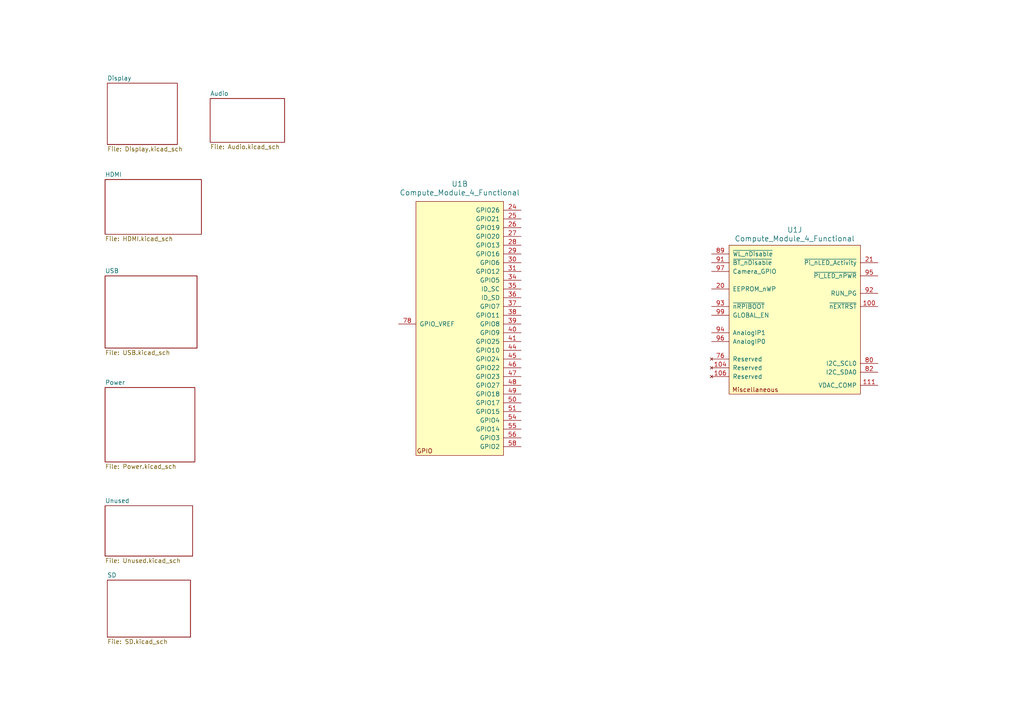
<source format=kicad_sch>
(kicad_sch (version 20230121) (generator eeschema)
  (paper "A4")
  (lib_symbols
    (symbol "Raspberry_Pi_Compute_Module_4:Compute_Module_4_Functional" (pin_names (offset 1.016))
      (property "Reference" "U" (at 5.08 5.08 0))
      (property "Value" "Compute_Module_4_Functional" (at 5.08 7.62 0))
      (symbol "Compute_Module_4_Functional_1_0"
        (text "Power" (at 21.59 -13.97 0) (effects (font (size 1.27 1.27))))
      )
      (symbol "Compute_Module_4_Functional_1_1"
        (rectangle (start 5.08 2.54) (end 38.1 -15.24) (fill (type background)))
        (pin power_in line (at 0 -13.97 0) (length 5.08) (name "GND[51]") (number "1"))
        (pin power_in line (at 0 -13.97 0) (length 5.08) (name "GND[51]") (number "107"))
        (pin power_in line (at 0 -13.97 0) (length 5.08) (name "GND[51]") (number "108"))
        (pin power_in line (at 0 -13.97 0) (length 5.08) (name "GND[51]") (number "113"))
        (pin power_in line (at 0 -13.97 0) (length 5.08) (name "GND[51]") (number "114"))
        (pin power_in line (at 0 -13.97 0) (length 5.08) (name "GND[51]") (number "119"))
        (pin power_in line (at 0 -13.97 0) (length 5.08) (name "GND[51]") (number "120"))
        (pin power_in line (at 0 -13.97 0) (length 5.08) (name "GND[51]") (number "125"))
        (pin power_in line (at 0 -13.97 0) (length 5.08) (name "GND[51]") (number "126"))
        (pin power_in line (at 0 -13.97 0) (length 5.08) (name "GND[51]") (number "13"))
        (pin power_in line (at 0 -13.97 0) (length 5.08) (name "GND[51]") (number "131"))
        (pin power_in line (at 0 -13.97 0) (length 5.08) (name "GND[51]") (number "132"))
        (pin power_in line (at 0 -13.97 0) (length 5.08) (name "GND[51]") (number "137"))
        (pin power_in line (at 0 -13.97 0) (length 5.08) (name "GND[51]") (number "138"))
        (pin power_in line (at 0 -13.97 0) (length 5.08) (name "GND[51]") (number "14"))
        (pin power_in line (at 0 -13.97 0) (length 5.08) (name "GND[51]") (number "144"))
        (pin power_in line (at 0 -13.97 0) (length 5.08) (name "GND[51]") (number "150"))
        (pin power_in line (at 0 -13.97 0) (length 5.08) (name "GND[51]") (number "155"))
        (pin power_in line (at 0 -13.97 0) (length 5.08) (name "GND[51]") (number "156"))
        (pin power_in line (at 0 -13.97 0) (length 5.08) (name "GND[51]") (number "161"))
        (pin power_in line (at 0 -13.97 0) (length 5.08) (name "GND[51]") (number "162"))
        (pin power_in line (at 0 -13.97 0) (length 5.08) (name "GND[51]") (number "167"))
        (pin power_in line (at 0 -13.97 0) (length 5.08) (name "GND[51]") (number "168"))
        (pin power_in line (at 0 -13.97 0) (length 5.08) (name "GND[51]") (number "173"))
        (pin power_in line (at 0 -13.97 0) (length 5.08) (name "GND[51]") (number "174"))
        (pin power_in line (at 0 -13.97 0) (length 5.08) (name "GND[51]") (number "179"))
        (pin power_in line (at 0 -13.97 0) (length 5.08) (name "GND[51]") (number "180"))
        (pin power_in line (at 0 -13.97 0) (length 5.08) (name "GND[51]") (number "185"))
        (pin power_in line (at 0 -13.97 0) (length 5.08) (name "GND[51]") (number "186"))
        (pin power_in line (at 0 -13.97 0) (length 5.08) (name "GND[51]") (number "191"))
        (pin power_in line (at 0 -13.97 0) (length 5.08) (name "GND[51]") (number "192"))
        (pin power_in line (at 0 -13.97 0) (length 5.08) (name "GND[51]") (number "197"))
        (pin power_in line (at 0 -13.97 0) (length 5.08) (name "GND[51]") (number "198"))
        (pin power_in line (at 0 -13.97 0) (length 5.08) (name "GND[51]") (number "2"))
        (pin power_in line (at 0 -13.97 0) (length 5.08) (name "GND[51]") (number "22"))
        (pin power_in line (at 0 -13.97 0) (length 5.08) (name "GND[51]") (number "23"))
        (pin power_in line (at 0 -13.97 0) (length 5.08) (name "GND[51]") (number "32"))
        (pin power_in line (at 0 -13.97 0) (length 5.08) (name "GND[51]") (number "33"))
        (pin power_in line (at 0 -13.97 0) (length 5.08) (name "GND[51]") (number "42"))
        (pin power_in line (at 0 -13.97 0) (length 5.08) (name "GND[51]") (number "43"))
        (pin power_in line (at 0 -13.97 0) (length 5.08) (name "GND[51]") (number "52"))
        (pin power_in line (at 0 -13.97 0) (length 5.08) (name "GND[51]") (number "53"))
        (pin power_in line (at 0 -13.97 0) (length 5.08) (name "GND[51]") (number "59"))
        (pin power_in line (at 0 -13.97 0) (length 5.08) (name "GND[51]") (number "60"))
        (pin power_in line (at 0 -13.97 0) (length 5.08) (name "GND[51]") (number "65"))
        (pin power_in line (at 0 -13.97 0) (length 5.08) (name "GND[51]") (number "66"))
        (pin power_in line (at 0 -13.97 0) (length 5.08) (name "GND[51]") (number "7"))
        (pin power_in line (at 0 -13.97 0) (length 5.08) (name "GND[51]") (number "71"))
        (pin power_in line (at 0 -13.97 0) (length 5.08) (name "GND[51]") (number "74"))
        (pin power_in line (at 0 1.27 0) (length 5.08) (name "+5V") (number "77"))
        (pin power_in line (at 0 -1.27 0) (length 5.08) (name "+5V") (number "79"))
        (pin power_in line (at 0 -13.97 0) (length 5.08) (name "GND[51]") (number "8"))
        (pin power_in line (at 0 -3.81 0) (length 5.08) (name "+5V") (number "81"))
        (pin power_in line (at 0 -6.35 0) (length 5.08) (name "+5V") (number "83"))
        (pin power_out line (at 43.18 -2.54 180) (length 5.08) (name "CM4_3.3V_Out_1") (number "84"))
        (pin power_in line (at 0 -8.89 0) (length 5.08) (name "+5V") (number "85"))
        (pin power_out line (at 43.18 -5.08 180) (length 5.08) (name "CM4_3.3V_Out_2") (number "86"))
        (pin power_in line (at 0 -11.43 0) (length 5.08) (name "+5V") (number "87"))
        (pin power_out line (at 43.18 -7.62 180) (length 5.08) (name "CM4_1.8V_Out_1") (number "88"))
        (pin power_out line (at 43.18 -10.16 180) (length 5.08) (name "CM4_1.8V_Out_2") (number "90"))
        (pin power_in line (at 0 -13.97 0) (length 5.08) (name "GND[51]") (number "98"))
      )
      (symbol "Compute_Module_4_Functional_2_0"
        (text "GPIO" (at 7.62 -69.85 0) (effects (font (size 1.27 1.27))))
      )
      (symbol "Compute_Module_4_Functional_2_1"
        (rectangle (start 5.08 2.54) (end 30.48 -71.12) (fill (type background)))
        (pin passive line (at 35.56 0 180) (length 5.08) (name "GPIO26") (number "24"))
        (pin passive line (at 35.56 -2.54 180) (length 5.08) (name "GPIO21") (number "25"))
        (pin passive line (at 35.56 -5.08 180) (length 5.08) (name "GPIO19") (number "26"))
        (pin passive line (at 35.56 -7.62 180) (length 5.08) (name "GPIO20") (number "27"))
        (pin passive line (at 35.56 -10.16 180) (length 5.08) (name "GPIO13") (number "28"))
        (pin passive line (at 35.56 -12.7 180) (length 5.08) (name "GPIO16") (number "29"))
        (pin passive line (at 35.56 -15.24 180) (length 5.08) (name "GPIO6") (number "30"))
        (pin passive line (at 35.56 -17.78 180) (length 5.08) (name "GPIO12") (number "31"))
        (pin passive line (at 35.56 -20.32 180) (length 5.08) (name "GPIO5") (number "34"))
        (pin passive line (at 35.56 -22.86 180) (length 5.08) (name "ID_SC") (number "35"))
        (pin passive line (at 35.56 -25.4 180) (length 5.08) (name "ID_SD") (number "36"))
        (pin passive line (at 35.56 -27.94 180) (length 5.08) (name "GPIO7") (number "37"))
        (pin passive line (at 35.56 -30.48 180) (length 5.08) (name "GPIO11") (number "38"))
        (pin passive line (at 35.56 -33.02 180) (length 5.08) (name "GPIO8") (number "39"))
        (pin passive line (at 35.56 -35.56 180) (length 5.08) (name "GPIO9") (number "40"))
        (pin passive line (at 35.56 -38.1 180) (length 5.08) (name "GPIO25") (number "41"))
        (pin passive line (at 35.56 -40.64 180) (length 5.08) (name "GPIO10") (number "44"))
        (pin passive line (at 35.56 -43.18 180) (length 5.08) (name "GPIO24") (number "45"))
        (pin passive line (at 35.56 -45.72 180) (length 5.08) (name "GPIO22") (number "46"))
        (pin passive line (at 35.56 -48.26 180) (length 5.08) (name "GPIO23") (number "47"))
        (pin passive line (at 35.56 -50.8 180) (length 5.08) (name "GPIO27") (number "48"))
        (pin passive line (at 35.56 -53.34 180) (length 5.08) (name "GPIO18") (number "49"))
        (pin passive line (at 35.56 -55.88 180) (length 5.08) (name "GPIO17") (number "50"))
        (pin passive line (at 35.56 -58.42 180) (length 5.08) (name "GPIO15") (number "51"))
        (pin passive line (at 35.56 -60.96 180) (length 5.08) (name "GPIO4") (number "54"))
        (pin passive line (at 35.56 -63.5 180) (length 5.08) (name "GPIO14") (number "55"))
        (pin passive line (at 35.56 -66.04 180) (length 5.08) (name "GPIO3") (number "56"))
        (pin passive line (at 35.56 -68.58 180) (length 5.08) (name "GPIO2") (number "58"))
        (pin power_in line (at 0 -33.02 0) (length 5.08) (name "GPIO_VREF") (number "78"))
      )
      (symbol "Compute_Module_4_Functional_3_0"
        (text "Ethernet" (at 10.16 -26.67 0) (effects (font (size 1.27 1.27))))
      )
      (symbol "Compute_Module_4_Functional_3_1"
        (rectangle (start 5.08 2.54) (end 53.34 -27.94) (fill (type background)))
        (pin passive line (at 58.42 -12.7 180) (length 5.08) (name "Ethernet_Pair0_N") (number "10"))
        (pin passive line (at 58.42 -15.24 180) (length 5.08) (name "Ethernet_Pair2_P") (number "11"))
        (pin passive line (at 58.42 -17.78 180) (length 5.08) (name "Ethernet_Pair0_P") (number "12"))
        (pin output line (at 58.42 -20.32 180) (length 5.08) (name "~{Ethernet_nLED3}") (number "15"))
        (pin input line (at 0 -10.16 0) (length 5.08) (name "Ethernet_SYNC_IN") (number "16"))
        (pin output line (at 58.42 -22.86 180) (length 5.08) (name "~{Ethernet_nLED2}") (number "17"))
        (pin input line (at 0 -12.7 0) (length 5.08) (name "Ethernet_SYNC_OUT") (number "18"))
        (pin output line (at 58.42 -25.4 180) (length 5.08) (name "~{Ethernet_nLED1}") (number "19"))
        (pin passive line (at 58.42 0 180) (length 5.08) (name "Ethernet_Pair3_P") (number "3"))
        (pin passive line (at 58.42 -2.54 180) (length 5.08) (name "Ethernet_Pair1_P") (number "4"))
        (pin passive line (at 58.42 -5.08 180) (length 5.08) (name "Ethernet_Pair3_N") (number "5"))
        (pin passive line (at 58.42 -7.62 180) (length 5.08) (name "Ethernet_Pair1_N") (number "6"))
        (pin passive line (at 58.42 -10.16 180) (length 5.08) (name "Ethernet_Pair2_N") (number "9"))
      )
      (symbol "Compute_Module_4_Functional_4_0"
        (text "USB" (at 7.62 -6.35 0) (effects (font (size 1.27 1.27))))
      )
      (symbol "Compute_Module_4_Functional_4_1"
        (rectangle (start 5.08 2.54) (end 20.32 -7.62) (fill (type background)))
        (pin input line (at 25.4 0 180) (length 5.08) (name "USB_OTG_ID") (number "101"))
        (pin passive line (at 25.4 -2.54 180) (length 5.08) (name "USB_N") (number "103"))
        (pin passive line (at 25.4 -5.08 180) (length 5.08) (name "USB_P") (number "105"))
      )
      (symbol "Compute_Module_4_Functional_5_0"
        (text "PCI-E" (at 8.89 -19.05 0) (effects (font (size 1.27 1.27))))
      )
      (symbol "Compute_Module_4_Functional_5_1"
        (rectangle (start 5.08 2.54) (end 25.4 -20.32) (fill (type background)))
        (pin input line (at 30.48 0 180) (length 5.08) (name "~{PCIe_CLK_nREQ}") (number "102"))
        (pin output line (at 30.48 -2.54 180) (length 5.08) (name "~{PCIe_nRST}") (number "109"))
        (pin output line (at 30.48 -5.08 180) (length 5.08) (name "PCIe_CLK_P") (number "110"))
        (pin output line (at 30.48 -7.62 180) (length 5.08) (name "PCIe_CLK_N") (number "112"))
        (pin input line (at 30.48 -10.16 180) (length 5.08) (name "PCIe_RX_P") (number "116"))
        (pin input line (at 30.48 -12.7 180) (length 5.08) (name "PCIe_RX_N") (number "118"))
        (pin output line (at 30.48 -15.24 180) (length 5.08) (name "PCIe_TX_P") (number "122"))
        (pin output line (at 30.48 -17.78 180) (length 5.08) (name "PCIe_TX_N") (number "124"))
      )
      (symbol "Compute_Module_4_Functional_6_0"
        (text "Camera" (at 8.89 -39.37 0) (effects (font (size 1.27 1.27))))
      )
      (symbol "Compute_Module_4_Functional_6_1"
        (rectangle (start 5.08 2.54) (end 20.32 -40.64) (fill (type background)))
        (pin input line (at 25.4 0 180) (length 5.08) (name "CAM1_D0_N") (number "115"))
        (pin input line (at 25.4 -2.54 180) (length 5.08) (name "CAM1_D0_P") (number "117"))
        (pin input line (at 25.4 -5.08 180) (length 5.08) (name "CAM1_D1_N") (number "121"))
        (pin input line (at 25.4 -7.62 180) (length 5.08) (name "CAM1_D1_P") (number "123"))
        (pin input line (at 25.4 -10.16 180) (length 5.08) (name "CAM1_C_N") (number "127"))
        (pin input line (at 25.4 -12.7 180) (length 5.08) (name "CAM0_D0_N") (number "128"))
        (pin input line (at 25.4 -15.24 180) (length 5.08) (name "CAM1_C_P") (number "129"))
        (pin input line (at 25.4 -17.78 180) (length 5.08) (name "CAM0_D0_P") (number "130"))
        (pin input line (at 25.4 -20.32 180) (length 5.08) (name "CAM1_D2_N") (number "133"))
        (pin input line (at 25.4 -22.86 180) (length 5.08) (name "CAM0_D1_N") (number "134"))
        (pin input line (at 25.4 -25.4 180) (length 5.08) (name "CAM1_D2_P") (number "135"))
        (pin input line (at 25.4 -27.94 180) (length 5.08) (name "CAM0_D1_P") (number "136"))
        (pin input line (at 25.4 -30.48 180) (length 5.08) (name "CAM1_D3_N") (number "139"))
        (pin input line (at 25.4 -33.02 180) (length 5.08) (name "CAM0_C_N") (number "140"))
        (pin input line (at 25.4 -35.56 180) (length 5.08) (name "CAM1_D3_P") (number "141"))
        (pin input line (at 25.4 -38.1 180) (length 5.08) (name "CAM0_C_P") (number "142"))
      )
      (symbol "Compute_Module_4_Functional_7_0"
        (text "HDMI" (at 7.62 -39.37 0) (effects (font (size 1.27 1.27))))
      )
      (symbol "Compute_Module_4_Functional_7_1"
        (rectangle (start 5.08 2.54) (end 43.18 -40.64) (fill (type background)))
        (pin input line (at 0 -10.16 0) (length 5.08) (name "HDMI1_HOTPLUG") (number "143"))
        (pin bidirectional line (at 0 -12.7 0) (length 5.08) (name "HDMI1_SDA") (number "145"))
        (pin output line (at 48.26 0 180) (length 5.08) (name "HDMI1_TX2_P") (number "146"))
        (pin open_collector line (at 0 -15.24 0) (length 5.08) (name "HDMI1_SCL") (number "147"))
        (pin output line (at 48.26 -2.54 180) (length 5.08) (name "HDMI1_TX2_N") (number "148"))
        (pin open_collector line (at 0 -17.78 0) (length 5.08) (name "HDMI1_CEC") (number "149"))
        (pin open_collector line (at 0 -20.32 0) (length 5.08) (name "HDMI0_CEC") (number "151"))
        (pin output line (at 48.26 -5.08 180) (length 5.08) (name "HDMI1_TX1_P") (number "152"))
        (pin input line (at 0 -22.86 0) (length 5.08) (name "HDMI0_HOTPLUG") (number "153"))
        (pin output line (at 48.26 -7.62 180) (length 5.08) (name "HDMI1_TX1_N") (number "154"))
        (pin output line (at 48.26 -10.16 180) (length 5.08) (name "HDMI1_TX0_P") (number "158"))
        (pin output line (at 48.26 -12.7 180) (length 5.08) (name "HDMI1_TX0_N") (number "160"))
        (pin output line (at 48.26 -15.24 180) (length 5.08) (name "HDMI1_CLK_P") (number "164"))
        (pin output line (at 48.26 -17.78 180) (length 5.08) (name "HDMI1_CLK_N") (number "166"))
        (pin output line (at 48.26 -20.32 180) (length 5.08) (name "HDMI0_TX2_P") (number "170"))
        (pin output line (at 48.26 -22.86 180) (length 5.08) (name "HDMI0_TX2_N") (number "172"))
        (pin output line (at 48.26 -25.4 180) (length 5.08) (name "HDMI0_TX1_P") (number "176"))
        (pin output line (at 48.26 -27.94 180) (length 5.08) (name "HDMI0_TX1_N") (number "178"))
        (pin output line (at 48.26 -30.48 180) (length 5.08) (name "HDMI0_TX0_P") (number "182"))
        (pin output line (at 48.26 -33.02 180) (length 5.08) (name "HDMI0_TX0_N") (number "184"))
        (pin output line (at 48.26 -35.56 180) (length 5.08) (name "HDMI0_CLK_P") (number "188"))
        (pin output line (at 48.26 -38.1 180) (length 5.08) (name "HDMI0_CLK_N") (number "190"))
        (pin bidirectional line (at 0 -25.4 0) (length 5.08) (name "HDMI0_SDA") (number "199"))
        (pin open_collector line (at 0 -27.94 0) (length 5.08) (name "HDMI0_SCL") (number "200"))
      )
      (symbol "Compute_Module_4_Functional_8_0"
        (text "Display" (at 8.89 -39.37 0) (effects (font (size 1.27 1.27))))
      )
      (symbol "Compute_Module_4_Functional_8_1"
        (rectangle (start 5.08 2.54) (end 20.32 -40.64) (fill (type background)))
        (pin output line (at 25.4 0 180) (length 5.08) (name "DSI0_D0_N") (number "157"))
        (pin output line (at 25.4 -2.54 180) (length 5.08) (name "DSI0_D0_P") (number "159"))
        (pin output line (at 25.4 -5.08 180) (length 5.08) (name "DSI0_D1_N") (number "163"))
        (pin output line (at 25.4 -7.62 180) (length 5.08) (name "DSI0_D1_P") (number "165"))
        (pin output line (at 25.4 -10.16 180) (length 5.08) (name "DSI0_C_N") (number "169"))
        (pin output line (at 25.4 -12.7 180) (length 5.08) (name "DSI0_C_P") (number "171"))
        (pin output line (at 25.4 -15.24 180) (length 5.08) (name "DSI1_D0_N") (number "175"))
        (pin output line (at 25.4 -17.78 180) (length 5.08) (name "DSI1_D0_P") (number "177"))
        (pin output line (at 25.4 -20.32 180) (length 5.08) (name "DSI1_D1_N") (number "181"))
        (pin output line (at 25.4 -22.86 180) (length 5.08) (name "DSI1_D1_P") (number "183"))
        (pin output line (at 25.4 -25.4 180) (length 5.08) (name "DSI1_C_N") (number "187"))
        (pin output line (at 25.4 -27.94 180) (length 5.08) (name "DSI1_C_P") (number "189"))
        (pin output line (at 25.4 -30.48 180) (length 5.08) (name "DSI1_D2_N") (number "193"))
        (pin output line (at 25.4 -33.02 180) (length 5.08) (name "DSI1_D3_N") (number "194"))
        (pin output line (at 25.4 -35.56 180) (length 5.08) (name "DSI1_D2_P") (number "195"))
        (pin output line (at 25.4 -38.1 180) (length 5.08) (name "DSI1_D3_P") (number "196"))
      )
      (symbol "Compute_Module_4_Functional_9_0"
        (text "SD Card" (at 10.16 -26.67 0) (effects (font (size 1.27 1.27))))
      )
      (symbol "Compute_Module_4_Functional_9_1"
        (rectangle (start 5.08 2.54) (end 43.18 -27.94) (fill (type background)))
        (pin passive line (at 48.26 0 180) (length 5.08) (name "SD_CLK") (number "57"))
        (pin passive line (at 48.26 -2.54 180) (length 5.08) (name "SD_DAT3") (number "61"))
        (pin passive line (at 48.26 -5.08 180) (length 5.08) (name "SD_CMD") (number "62"))
        (pin passive line (at 48.26 -7.62 180) (length 5.08) (name "SD_DAT0") (number "63"))
        (pin passive line (at 48.26 -10.16 180) (length 5.08) (name "SD_DAT5") (number "64"))
        (pin passive line (at 48.26 -12.7 180) (length 5.08) (name "SD_DAT1") (number "67"))
        (pin passive line (at 48.26 -15.24 180) (length 5.08) (name "SD_DAT4") (number "68"))
        (pin passive line (at 48.26 -17.78 180) (length 5.08) (name "SD_DAT2") (number "69"))
        (pin passive line (at 48.26 -20.32 180) (length 5.08) (name "SD_DAT7") (number "70"))
        (pin passive line (at 48.26 -22.86 180) (length 5.08) (name "SD_DAT6") (number "72"))
        (pin input line (at 0 -12.7 0) (length 5.08) (name "SD_VDD_Override") (number "73"))
        (pin output line (at 48.26 -25.4 180) (length 5.08) (name "SD_PWR_ON") (number "75"))
      )
      (symbol "Compute_Module_4_Functional_10_0"
        (text "Miscellaneous" (at 12.7 -39.37 0) (effects (font (size 1.27 1.27))))
      )
      (symbol "Compute_Module_4_Functional_10_1"
        (rectangle (start 5.08 2.54) (end 43.18 -40.64) (fill (type background)))
        (pin output line (at 48.26 -15.24 180) (length 5.08) (name "~{nEXTRST}") (number "100"))
        (pin no_connect line (at 0 -33.02 0) (length 5.08) (name "Reserved") (number "104"))
        (pin no_connect line (at 0 -35.56 0) (length 5.08) (name "Reserved") (number "106"))
        (pin output line (at 48.26 -38.1 180) (length 5.08) (name "VDAC_COMP") (number "111"))
        (pin input line (at 0 -10.16 0) (length 5.08) (name "EEPROM_nWP") (number "20"))
        (pin open_collector line (at 48.26 -2.54 180) (length 5.08) (name "~{Pi_nLED_Activity}") (number "21"))
        (pin no_connect line (at 0 -30.48 0) (length 5.08) (name "Reserved") (number "76"))
        (pin bidirectional line (at 48.26 -31.75 180) (length 5.08) (name "I2C_SCL0") (number "80"))
        (pin bidirectional line (at 48.26 -34.29 180) (length 5.08) (name "I2C_SDA0") (number "82"))
        (pin input line (at 0 0 0) (length 5.08) (name "~{WL_nDisable}") (number "89"))
        (pin input line (at 0 -2.54 0) (length 5.08) (name "~{BT_nDisable}") (number "91"))
        (pin passive line (at 48.26 -11.43 180) (length 5.08) (name "RUN_PG") (number "92"))
        (pin input line (at 0 -15.24 0) (length 5.08) (name "~{nRPIBOOT}") (number "93"))
        (pin passive line (at 0 -22.86 0) (length 5.08) (name "AnalogIP1") (number "94"))
        (pin output line (at 48.26 -6.35 180) (length 5.08) (name "~{PI_LED_nPWR}") (number "95"))
        (pin passive line (at 0 -25.4 0) (length 5.08) (name "AnalogIP0") (number "96"))
        (pin input line (at 0 -5.08 0) (length 5.08) (name "Camera_GPIO") (number "97"))
        (pin input line (at 0 -17.78 0) (length 5.08) (name "GLOBAL_EN") (number "99"))
      )
    )
  )
  (symbol (lib_id "Raspberry_Pi_Compute_Module_4:Compute_Module_4_Functional") (at 115.57 60.96 0) (unit 2)
    (property "Reference" "U1" (at 133.35 53.34 0) (effects (font (size 1.524 1.524))))
    (property "Value" "Compute_Module_4_Functional" (at 133.35 55.88 0) (effects (font (size 1.524 1.524))))
    (property "Footprint" "RPi_Compute_Module_4:Raspberry-Pi-4-Compute-Module" (effects hide))
  )
  (symbol (lib_id "Raspberry_Pi_Compute_Module_4:Compute_Module_4_Functional") (at 206.375 73.66 0) (unit 10)
    (property "Reference" "U1" (at 230.505 66.675 0) (effects (font (size 1.524 1.524))))
    (property "Value" "Compute_Module_4_Functional" (at 230.505 69.215 0) (effects (font (size 1.524 1.524))))
    (property "Footprint" "RPi_Compute_Module_4:Raspberry-Pi-4-Compute-Module" (effects hide))
  )
  (sheet (at 30.48 52.07) (size 27.94 15.875) (stroke (width 0.1524))
    (property "Sheetname" "HDMI" (at 30.48 51.3584 0) (effects (justify left bottom)))
    (property "Sheetfile" "HDMI.kicad_sch" (at 30.48 68.5296 0) (effects (justify left top)))
  )
  (sheet (at 30.48 112.395) (size 26.035 21.59) (stroke (width 0.1524))
    (property "Sheetname" "Power" (at 30.48 111.6834 0) (effects (justify left bottom)))
    (property "Sheetfile" "Power.kicad_sch" (at 30.48 134.5696 0) (effects (justify left top)))
  )
  (sheet (at 30.48 146.685) (size 25.4 14.605) (stroke (width 0.1524))
    (property "Sheetname" "Unused" (at 30.48 145.9734 0) (effects (justify left bottom)))
    (property "Sheetfile" "Unused.kicad_sch" (at 30.48 161.8746 0) (effects (justify left top)))
  )
  (sheet (at 30.48 80.01) (size 26.67 20.955) (stroke (width 0.1524))
    (property "Sheetname" "USB" (at 30.48 79.2984 0) (effects (justify left bottom)))
    (property "Sheetfile" "USB.kicad_sch" (at 30.48 101.5496 0) (effects (justify left top)))
  )
  (sheet (at 31.115 168.275) (size 24.13 16.51) (stroke (width 0.1524))
    (property "Sheetname" "SD" (at 31.115 167.5634 0) (effects (justify left bottom)))
    (property "Sheetfile" "SD.kicad_sch" (at 31.115 185.3696 0) (effects (justify left top)))
  )
  (sheet (at 31.115 24.13) (size 20.32 17.78) (stroke (width 0.1524))
    (property "Sheetname" "Display" (at 31.115 23.4184 0) (effects (justify left bottom)))
    (property "Sheetfile" "Display.kicad_sch" (at 31.115 42.4946 0) (effects (justify left top)))
  )
  (sheet (at 60.96 28.575) (size 21.59 12.7) (stroke (width 0.1524))
    (property "Sheetname" "Audio" (at 60.96 27.8634 0) (effects (justify left bottom)))
    (property "Sheetfile" "Audio.kicad_sch" (at 60.96 41.8596 0) (effects (justify left top)))
  )
)
</source>
